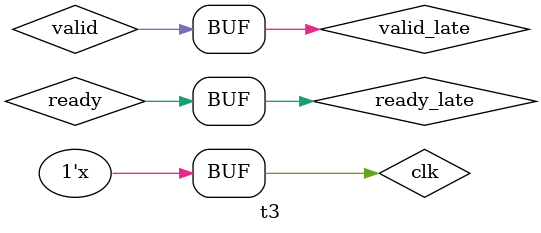
<source format=v>
`timescale 10ns / 100ps


module t3(

    );
    
    wire  [15:0]data;
    wire  valid;
    wire  ready;
    wire  [15:0]data_out;
    reg rx_valid;
    reg tx_ready;
    reg rx_data_out;
    reg ready_late_reg;
    reg clk;

    wire valid_late;
    wire ready_late;
    initial
    begin
        clk <= 1'd1;
    end
    always@(*)
    begin
        //cycle = 20ns, 50Mhz
        #5 clk <= ~clk;    
    end
   //#1 ~ #5Ã»ÎÊÌâ
   //ÒýÈë×ÜÏßÑÓÊ±
   assign  valid_late = valid;
   assign #2 ready_late = ready;
   always@(posedge clk)
   begin
        ready_late_reg <= ready_late;
   end

    m2 m2_2(
        .clk(clk),
        .data(data),
        .valid(valid),
        .ready(ready_late_reg)
    );
  
    s1 s1_2(
        .clk(clk),
        .data(data),
        .valid(valid),
        .ready(ready),
        .data_out(data_out)
    );
    
    
endmodule

</source>
